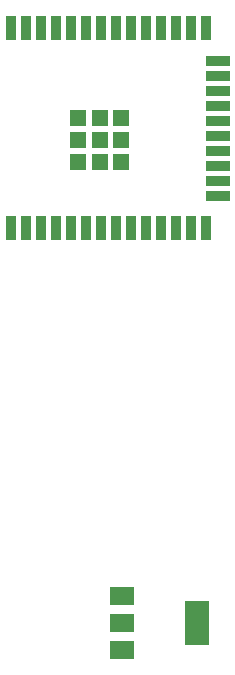
<source format=gbr>
%TF.GenerationSoftware,KiCad,Pcbnew,6.0.8-f2edbf62ab~116~ubuntu20.04.1*%
%TF.CreationDate,2023-03-15T13:48:08-03:00*%
%TF.ProjectId,placa-TAI,706c6163-612d-4544-9149-2e6b69636164,rev?*%
%TF.SameCoordinates,Original*%
%TF.FileFunction,Paste,Top*%
%TF.FilePolarity,Positive*%
%FSLAX46Y46*%
G04 Gerber Fmt 4.6, Leading zero omitted, Abs format (unit mm)*
G04 Created by KiCad (PCBNEW 6.0.8-f2edbf62ab~116~ubuntu20.04.1) date 2023-03-15 13:48:08*
%MOMM*%
%LPD*%
G01*
G04 APERTURE LIST*
%ADD10R,0.900000X2.000000*%
%ADD11R,2.000000X0.900000*%
%ADD12R,1.330000X1.330000*%
%ADD13R,2.000000X1.500000*%
%ADD14R,2.000000X3.800000*%
G04 APERTURE END LIST*
D10*
%TO.C,U1*%
X110810000Y-80527500D03*
X112080000Y-80527500D03*
X113350000Y-80527500D03*
X114620000Y-80527500D03*
X115890000Y-80527500D03*
X117160000Y-80527500D03*
X118430000Y-80527500D03*
X119700000Y-80527500D03*
X120970000Y-80527500D03*
X122240000Y-80527500D03*
X123510000Y-80527500D03*
X124780000Y-80527500D03*
X126050000Y-80527500D03*
X127320000Y-80527500D03*
D11*
X128320000Y-77742500D03*
X128320000Y-76472500D03*
X128320000Y-75202500D03*
X128320000Y-73932500D03*
X128320000Y-72662500D03*
X128320000Y-71392500D03*
X128320000Y-70122500D03*
X128320000Y-68852500D03*
X128320000Y-67582500D03*
X128320000Y-66312500D03*
D10*
X127320000Y-63527500D03*
X126050000Y-63527500D03*
X124780000Y-63527500D03*
X123510000Y-63527500D03*
X122240000Y-63527500D03*
X120970000Y-63527500D03*
X119700000Y-63527500D03*
X118430000Y-63527500D03*
X117160000Y-63527500D03*
X115890000Y-63527500D03*
X114620000Y-63527500D03*
X113350000Y-63527500D03*
X112080000Y-63527500D03*
X110810000Y-63527500D03*
D12*
X116475000Y-74862500D03*
X116475000Y-73027500D03*
X116475000Y-71192500D03*
X118310000Y-74862500D03*
X118310000Y-73027500D03*
X118310000Y-71192500D03*
X120145000Y-74862500D03*
X120145000Y-73027500D03*
X120145000Y-71192500D03*
%TD*%
D13*
%TO.C,U2*%
X120230000Y-111620000D03*
D14*
X126530000Y-113920000D03*
D13*
X120230000Y-113920000D03*
X120230000Y-116220000D03*
%TD*%
M02*

</source>
